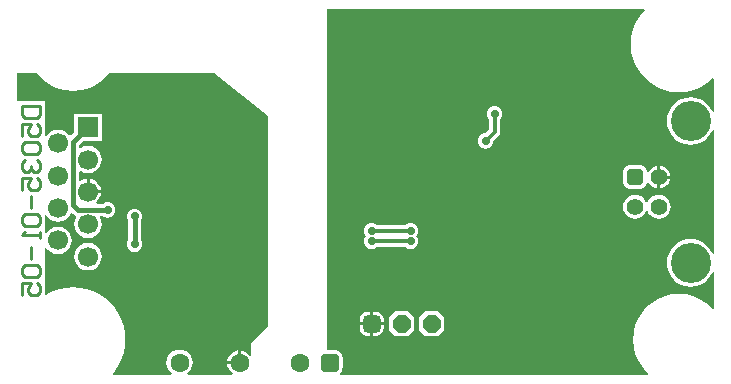
<source format=gbl>
G04*
G04 #@! TF.GenerationSoftware,Altium Limited,Altium Designer,21.9.1 (22)*
G04*
G04 Layer_Physical_Order=2*
G04 Layer_Color=16711680*
%FSLAX25Y25*%
%MOIN*%
G70*
G04*
G04 #@! TF.SameCoordinates,20B19F73-AE42-437D-8B96-58F391311DC6*
G04*
G04*
G04 #@! TF.FilePolarity,Positive*
G04*
G01*
G75*
%ADD62C,0.01575*%
%ADD63C,0.01181*%
G04:AMPARAMS|DCode=68|XSize=59.06mil|YSize=59.06mil|CornerRadius=14.76mil|HoleSize=0mil|Usage=FLASHONLY|Rotation=0.000|XOffset=0mil|YOffset=0mil|HoleType=Round|Shape=RoundedRectangle|*
%AMROUNDEDRECTD68*
21,1,0.05906,0.02953,0,0,0.0*
21,1,0.02953,0.05906,0,0,0.0*
1,1,0.02953,0.01476,-0.01476*
1,1,0.02953,-0.01476,-0.01476*
1,1,0.02953,-0.01476,0.01476*
1,1,0.02953,0.01476,0.01476*
%
%ADD68ROUNDEDRECTD68*%
%ADD69P,0.06392X8X22.5*%
%ADD70C,0.13386*%
%ADD71C,0.05512*%
G04:AMPARAMS|DCode=72|XSize=55.12mil|YSize=55.12mil|CornerRadius=13.78mil|HoleSize=0mil|Usage=FLASHONLY|Rotation=90.000|XOffset=0mil|YOffset=0mil|HoleType=Round|Shape=RoundedRectangle|*
%AMROUNDEDRECTD72*
21,1,0.05512,0.02756,0,0,90.0*
21,1,0.02756,0.05512,0,0,90.0*
1,1,0.02756,0.01378,0.01378*
1,1,0.02756,0.01378,-0.01378*
1,1,0.02756,-0.01378,-0.01378*
1,1,0.02756,-0.01378,0.01378*
%
%ADD72ROUNDEDRECTD72*%
%ADD73R,0.06693X0.06693*%
%ADD74C,0.06693*%
%ADD75C,0.06299*%
G04:AMPARAMS|DCode=76|XSize=62.99mil|YSize=62.99mil|CornerRadius=15.75mil|HoleSize=0mil|Usage=FLASHONLY|Rotation=0.000|XOffset=0mil|YOffset=0mil|HoleType=Round|Shape=RoundedRectangle|*
%AMROUNDEDRECTD76*
21,1,0.06299,0.03150,0,0,0.0*
21,1,0.03150,0.06299,0,0,0.0*
1,1,0.03150,0.01575,-0.01575*
1,1,0.03150,-0.01575,-0.01575*
1,1,0.03150,-0.01575,0.01575*
1,1,0.03150,0.01575,0.01575*
%
%ADD76ROUNDEDRECTD76*%
%ADD77C,0.02756*%
%ADD78C,0.01000*%
G36*
X87500Y90261D02*
X87500Y20000D01*
X81957Y14457D01*
Y10481D01*
X81457Y10311D01*
X80959Y10960D01*
X80093Y11625D01*
X79083Y12043D01*
X78500Y12120D01*
Y8000D01*
X78000D01*
Y7500D01*
X73880D01*
X73957Y6917D01*
X74375Y5907D01*
X75041Y5040D01*
X75783Y4471D01*
X75632Y3971D01*
X60716D01*
X60546Y4471D01*
X61102Y4898D01*
X61799Y5806D01*
X62238Y6865D01*
X62387Y8000D01*
X62238Y9136D01*
X61799Y10194D01*
X61102Y11102D01*
X60194Y11799D01*
X59136Y12238D01*
X58000Y12387D01*
X56865Y12238D01*
X55806Y11799D01*
X54898Y11102D01*
X54201Y10194D01*
X53762Y9136D01*
X53613Y8000D01*
X53762Y6865D01*
X54201Y5806D01*
X54898Y4898D01*
X55454Y4471D01*
X55284Y3971D01*
X35985D01*
X35778Y4426D01*
X36372Y5103D01*
X37643Y7005D01*
X38655Y9057D01*
X39390Y11223D01*
X39836Y13466D01*
X39985Y15748D01*
X39836Y18030D01*
X39390Y20274D01*
X38655Y22439D01*
X37643Y24491D01*
X36372Y26392D01*
X34864Y28112D01*
X33145Y29620D01*
X31243Y30891D01*
X29191Y31903D01*
X27026Y32638D01*
X24782Y33084D01*
X22500Y33233D01*
X20218Y33084D01*
X17974Y32638D01*
X15809Y31903D01*
X13757Y30891D01*
X13541Y30746D01*
X13100Y30982D01*
Y46302D01*
X13600Y46394D01*
X14257Y45537D01*
X15207Y44808D01*
X16313Y44350D01*
X17500Y44194D01*
X18687Y44350D01*
X19793Y44808D01*
X20743Y45537D01*
X21471Y46487D01*
X21929Y47593D01*
X22086Y48779D01*
X21929Y49966D01*
X21471Y51072D01*
X20743Y52022D01*
X19793Y52751D01*
X18687Y53209D01*
X17500Y53365D01*
X16313Y53209D01*
X15207Y52751D01*
X14257Y52022D01*
X13600Y51165D01*
X13100Y51257D01*
Y57089D01*
X13600Y57181D01*
X14257Y56324D01*
X15207Y55596D01*
X16313Y55137D01*
X17500Y54981D01*
X18687Y55137D01*
X19793Y55596D01*
X20743Y56324D01*
X21471Y57274D01*
X21706Y57841D01*
X22196Y57938D01*
X22567Y57567D01*
X23224Y57128D01*
X23465Y57080D01*
X23641Y56612D01*
X23529Y56466D01*
X23071Y55360D01*
X22914Y54173D01*
X23071Y52986D01*
X23529Y51880D01*
X24257Y50931D01*
X25207Y50202D01*
X26313Y49744D01*
X27500Y49588D01*
X28687Y49744D01*
X29793Y50202D01*
X30743Y50931D01*
X31471Y51880D01*
X31929Y52986D01*
X32086Y54173D01*
X31929Y55360D01*
X31471Y56466D01*
X31426Y56525D01*
X31647Y56974D01*
X32406D01*
X32700Y56748D01*
X33327Y56488D01*
X34000Y56400D01*
X34673Y56488D01*
X35300Y56748D01*
X35839Y57161D01*
X36252Y57700D01*
X36512Y58327D01*
X36600Y59000D01*
X36512Y59673D01*
X36252Y60300D01*
X35839Y60839D01*
X35300Y61252D01*
X34673Y61512D01*
X34000Y61600D01*
X33327Y61512D01*
X32700Y61252D01*
X32406Y61026D01*
X30334D01*
X30164Y61526D01*
X30600Y61861D01*
X31297Y62769D01*
X31735Y63826D01*
X31818Y64461D01*
X27500D01*
Y64961D01*
X27000D01*
Y69279D01*
X26365Y69195D01*
X25308Y68757D01*
X24975Y68502D01*
X24526Y68723D01*
Y71734D01*
X24975Y71955D01*
X25207Y71777D01*
X26313Y71319D01*
X27500Y71162D01*
X28687Y71319D01*
X29793Y71777D01*
X30743Y72505D01*
X31471Y73455D01*
X31929Y74561D01*
X32086Y75748D01*
X31929Y76935D01*
X31471Y78041D01*
X30743Y78991D01*
X29793Y79719D01*
X28687Y80177D01*
X27500Y80334D01*
X26313Y80177D01*
X25207Y79719D01*
X24975Y79541D01*
X24526Y79762D01*
Y80696D01*
X25819Y81989D01*
X32046D01*
Y91082D01*
X22954D01*
Y84855D01*
X21855Y83756D01*
X21191Y83799D01*
X20743Y84384D01*
X19793Y85113D01*
X18687Y85571D01*
X17500Y85727D01*
X16313Y85571D01*
X15207Y85113D01*
X14257Y84384D01*
X13600Y83527D01*
X13100Y83620D01*
Y95100D01*
X3971D01*
Y104500D01*
X10405D01*
X11520Y103194D01*
X13373Y101611D01*
X15451Y100338D01*
X17702Y99406D01*
X20071Y98837D01*
X22500Y98646D01*
X24929Y98837D01*
X27298Y99406D01*
X29549Y100338D01*
X31627Y101611D01*
X33479Y103194D01*
X34595Y104500D01*
X69500D01*
X87500Y90261D01*
D02*
G37*
G36*
X212997Y125739D02*
X213047Y125450D01*
X211455Y123585D01*
X210142Y121443D01*
X209180Y119122D01*
X208594Y116678D01*
X208396Y114173D01*
X208594Y111668D01*
X209180Y109225D01*
X210142Y106903D01*
X211455Y104761D01*
X213087Y102850D01*
X214997Y101218D01*
X217140Y99905D01*
X219461Y98944D01*
X221904Y98357D01*
X224410Y98160D01*
X226915Y98357D01*
X229358Y98944D01*
X231679Y99905D01*
X233822Y101218D01*
X235686Y102811D01*
X235975Y102761D01*
X236187Y102683D01*
Y91650D01*
X235686Y91576D01*
X235674Y91618D01*
X234941Y92989D01*
X233955Y94191D01*
X232753Y95177D01*
X231382Y95910D01*
X229894Y96361D01*
X228346Y96514D01*
X226799Y96361D01*
X225311Y95910D01*
X223940Y95177D01*
X222738Y94191D01*
X221752Y92989D01*
X221019Y91618D01*
X220568Y90130D01*
X220415Y88583D01*
X220568Y87035D01*
X221019Y85548D01*
X221752Y84176D01*
X222738Y82974D01*
X223940Y81988D01*
X225311Y81255D01*
X226799Y80804D01*
X228346Y80652D01*
X229894Y80804D01*
X231382Y81255D01*
X232753Y81988D01*
X233955Y82974D01*
X234941Y84176D01*
X235674Y85548D01*
X235686Y85589D01*
X236187Y85515D01*
Y44406D01*
X235686Y44332D01*
X235674Y44374D01*
X234941Y45745D01*
X233955Y46947D01*
X232753Y47933D01*
X231382Y48666D01*
X229894Y49117D01*
X228346Y49270D01*
X226799Y49117D01*
X225311Y48666D01*
X223940Y47933D01*
X222738Y46947D01*
X221752Y45745D01*
X221019Y44374D01*
X220568Y42886D01*
X220415Y41339D01*
X220568Y39791D01*
X221019Y38304D01*
X221752Y36932D01*
X222738Y35730D01*
X223940Y34744D01*
X225311Y34011D01*
X226799Y33560D01*
X228346Y33408D01*
X229894Y33560D01*
X231382Y34011D01*
X232753Y34744D01*
X233955Y35730D01*
X234941Y36932D01*
X235674Y38304D01*
X235686Y38345D01*
X236187Y38271D01*
Y26049D01*
X235718Y25876D01*
X235174Y26513D01*
X233358Y28064D01*
X231321Y29312D01*
X229114Y30226D01*
X226791Y30784D01*
X224410Y30971D01*
X222028Y30784D01*
X219705Y30226D01*
X217498Y29312D01*
X215461Y28064D01*
X213645Y26513D01*
X212093Y24696D01*
X210845Y22659D01*
X209931Y20452D01*
X209374Y18129D01*
X209186Y15748D01*
X209374Y13367D01*
X209931Y11044D01*
X210845Y8837D01*
X212093Y6800D01*
X213645Y4984D01*
X214281Y4440D01*
X214108Y3971D01*
X111756D01*
X111591Y4358D01*
X111573Y4471D01*
X111999Y5026D01*
X112278Y5701D01*
X112373Y6425D01*
Y9575D01*
X112278Y10299D01*
X111999Y10974D01*
X111554Y11554D01*
X110974Y11999D01*
X110299Y12278D01*
X109575Y12374D01*
X107000D01*
Y125950D01*
X212919D01*
X212997Y125739D01*
D02*
G37*
%LPC*%
G36*
X28000Y69279D02*
Y65461D01*
X31818D01*
X31735Y66095D01*
X31297Y67153D01*
X30600Y68061D01*
X29692Y68757D01*
X28635Y69195D01*
X28000Y69279D01*
D02*
G37*
G36*
X43000Y59366D02*
X42327Y59277D01*
X41700Y59017D01*
X41161Y58604D01*
X40748Y58065D01*
X40488Y57438D01*
X40400Y56765D01*
X40488Y56092D01*
X40748Y55465D01*
X40974Y55171D01*
Y49094D01*
X40748Y48800D01*
X40488Y48173D01*
X40400Y47500D01*
X40488Y46827D01*
X40748Y46200D01*
X41161Y45661D01*
X41700Y45248D01*
X42327Y44988D01*
X43000Y44900D01*
X43673Y44988D01*
X44300Y45248D01*
X44839Y45661D01*
X45252Y46200D01*
X45512Y46827D01*
X45600Y47500D01*
X45512Y48173D01*
X45252Y48800D01*
X45026Y49094D01*
Y55171D01*
X45252Y55465D01*
X45512Y56092D01*
X45600Y56765D01*
X45512Y57438D01*
X45252Y58065D01*
X44839Y58604D01*
X44300Y59017D01*
X43673Y59277D01*
X43000Y59366D01*
D02*
G37*
G36*
X27500Y47971D02*
X26313Y47815D01*
X25207Y47357D01*
X24257Y46628D01*
X23529Y45679D01*
X23071Y44573D01*
X22914Y43386D01*
X23071Y42199D01*
X23529Y41093D01*
X24257Y40143D01*
X25207Y39415D01*
X26313Y38956D01*
X27500Y38800D01*
X28687Y38956D01*
X29793Y39415D01*
X30743Y40143D01*
X31471Y41093D01*
X31929Y42199D01*
X32086Y43386D01*
X31929Y44573D01*
X31471Y45679D01*
X30743Y46628D01*
X29793Y47357D01*
X28687Y47815D01*
X27500Y47971D01*
D02*
G37*
G36*
X77500Y12120D02*
X76917Y12043D01*
X75907Y11625D01*
X75041Y10960D01*
X74375Y10093D01*
X73957Y9083D01*
X73880Y8500D01*
X77500D01*
Y12120D01*
D02*
G37*
G36*
X163000Y93600D02*
X162327Y93512D01*
X161700Y93252D01*
X161161Y92839D01*
X160748Y92300D01*
X160488Y91673D01*
X160400Y91000D01*
X160488Y90327D01*
X160748Y89700D01*
X161161Y89161D01*
X161174Y89151D01*
Y85756D01*
X160016Y84598D01*
X160000Y84600D01*
X159327Y84512D01*
X158700Y84252D01*
X158161Y83839D01*
X157748Y83300D01*
X157488Y82673D01*
X157400Y82000D01*
X157488Y81327D01*
X157748Y80700D01*
X158161Y80161D01*
X158700Y79748D01*
X159327Y79488D01*
X160000Y79400D01*
X160673Y79488D01*
X161300Y79748D01*
X161839Y80161D01*
X162252Y80700D01*
X162512Y81327D01*
X162600Y82000D01*
X162598Y82016D01*
X164291Y83709D01*
X164291Y83709D01*
X164687Y84301D01*
X164826Y85000D01*
X164826Y85000D01*
Y89151D01*
X164839Y89161D01*
X165252Y89700D01*
X165512Y90327D01*
X165600Y91000D01*
X165512Y91673D01*
X165252Y92300D01*
X164839Y92839D01*
X164300Y93252D01*
X163673Y93512D01*
X163000Y93600D01*
D02*
G37*
G36*
X218216Y73604D02*
Y70382D01*
X221439D01*
X221376Y70862D01*
X220997Y71776D01*
X220395Y72561D01*
X219611Y73163D01*
X218697Y73541D01*
X218216Y73604D01*
D02*
G37*
G36*
X221439Y69382D02*
X218216D01*
Y66159D01*
X218697Y66223D01*
X219611Y66601D01*
X220395Y67203D01*
X220997Y67988D01*
X221376Y68901D01*
X221439Y69382D01*
D02*
G37*
G36*
X211221Y73860D02*
X208465D01*
X207792Y73771D01*
X207165Y73512D01*
X206626Y73098D01*
X206213Y72560D01*
X205953Y71933D01*
X205864Y71260D01*
Y68504D01*
X205953Y67831D01*
X206213Y67204D01*
X206626Y66665D01*
X207165Y66252D01*
X207792Y65992D01*
X208465Y65904D01*
X211221D01*
X211893Y65992D01*
X212521Y66252D01*
X213059Y66665D01*
X213472Y67204D01*
X213732Y67831D01*
X213787Y68248D01*
X214300Y68315D01*
X214436Y67988D01*
X215038Y67203D01*
X215822Y66601D01*
X216736Y66223D01*
X217216Y66159D01*
Y69882D01*
Y73604D01*
X216736Y73541D01*
X215822Y73163D01*
X215038Y72561D01*
X214436Y71776D01*
X214300Y71449D01*
X213787Y71516D01*
X213732Y71933D01*
X213472Y72560D01*
X213059Y73098D01*
X212521Y73512D01*
X211893Y73771D01*
X211221Y73860D01*
D02*
G37*
G36*
X217717Y64029D02*
X216684Y63893D01*
X215722Y63495D01*
X214895Y62861D01*
X214261Y62034D01*
X214050Y61525D01*
X213509D01*
X213298Y62034D01*
X212664Y62861D01*
X211838Y63495D01*
X210875Y63893D01*
X209842Y64029D01*
X208810Y63893D01*
X207847Y63495D01*
X207021Y62861D01*
X206387Y62034D01*
X205988Y61072D01*
X205853Y60039D01*
X205988Y59007D01*
X206387Y58044D01*
X207021Y57218D01*
X207847Y56584D01*
X208810Y56185D01*
X209842Y56049D01*
X210875Y56185D01*
X211838Y56584D01*
X212664Y57218D01*
X213298Y58044D01*
X213509Y58554D01*
X214050D01*
X214261Y58044D01*
X214895Y57218D01*
X215722Y56584D01*
X216684Y56185D01*
X217717Y56049D01*
X218749Y56185D01*
X219712Y56584D01*
X220538Y57218D01*
X221172Y58044D01*
X221571Y59007D01*
X221707Y60039D01*
X221571Y61072D01*
X221172Y62034D01*
X220538Y62861D01*
X219712Y63495D01*
X218749Y63893D01*
X217717Y64029D01*
D02*
G37*
G36*
X135000Y54600D02*
X134327Y54512D01*
X133700Y54252D01*
X133161Y53839D01*
X133151Y53826D01*
X123849D01*
X123839Y53839D01*
X123300Y54252D01*
X122673Y54512D01*
X122000Y54600D01*
X121327Y54512D01*
X120700Y54252D01*
X120161Y53839D01*
X119748Y53300D01*
X119488Y52673D01*
X119400Y52000D01*
X119488Y51327D01*
X119748Y50700D01*
X120093Y50250D01*
X119748Y49800D01*
X119488Y49173D01*
X119400Y48500D01*
X119488Y47827D01*
X119748Y47200D01*
X120161Y46661D01*
X120700Y46248D01*
X121327Y45988D01*
X122000Y45900D01*
X122673Y45988D01*
X123300Y46248D01*
X123839Y46661D01*
X123849Y46674D01*
X133151D01*
X133161Y46661D01*
X133700Y46248D01*
X134327Y45988D01*
X135000Y45900D01*
X135673Y45988D01*
X136300Y46248D01*
X136839Y46661D01*
X137252Y47200D01*
X137512Y47827D01*
X137600Y48500D01*
X137512Y49173D01*
X137252Y49800D01*
X136907Y50250D01*
X137252Y50700D01*
X137512Y51327D01*
X137600Y52000D01*
X137512Y52673D01*
X137252Y53300D01*
X136839Y53839D01*
X136300Y54252D01*
X135673Y54512D01*
X135000Y54600D01*
D02*
G37*
G36*
X123476Y25001D02*
X122500D01*
Y21500D01*
X126001D01*
Y22476D01*
X125809Y23443D01*
X125262Y24262D01*
X124443Y24809D01*
X123476Y25001D01*
D02*
G37*
G36*
X121500D02*
X120524D01*
X119557Y24809D01*
X118738Y24262D01*
X118191Y23443D01*
X117999Y22476D01*
Y21500D01*
X121500D01*
Y25001D01*
D02*
G37*
G36*
X126001Y20500D02*
X122500D01*
Y16999D01*
X123476D01*
X124443Y17191D01*
X125262Y17738D01*
X125809Y18557D01*
X126001Y19524D01*
Y20500D01*
D02*
G37*
G36*
X121500D02*
X117999D01*
Y19524D01*
X118191Y18557D01*
X118738Y17738D01*
X119557Y17191D01*
X120524Y16999D01*
X121500D01*
Y20500D01*
D02*
G37*
G36*
X144076Y25153D02*
X139924D01*
X137847Y23076D01*
Y18924D01*
X139924Y16847D01*
X144076D01*
X146153Y18924D01*
Y23076D01*
X144076Y25153D01*
D02*
G37*
G36*
X134076D02*
X129924D01*
X127847Y23076D01*
Y18924D01*
X129924Y16847D01*
X134076D01*
X136153Y18924D01*
Y23076D01*
X134076Y25153D01*
D02*
G37*
%LPD*%
D62*
X22500Y81535D02*
X27500Y86535D01*
X22500Y60500D02*
Y81535D01*
Y60500D02*
X24000Y59000D01*
X34000D01*
X43000Y47500D02*
Y56765D01*
D63*
X160000Y82000D02*
X163000Y85000D01*
Y91000D01*
X122000Y52000D02*
X135000D01*
X122000Y48500D02*
X135000D01*
D68*
X122000Y21000D02*
D03*
D69*
X132000D02*
D03*
X142000D02*
D03*
D70*
X228346Y41339D02*
D03*
Y88583D02*
D03*
D71*
X217717Y60039D02*
D03*
Y69882D02*
D03*
X209842Y60039D02*
D03*
D72*
Y69882D02*
D03*
D73*
X27500Y86535D02*
D03*
D74*
Y75748D02*
D03*
Y64961D02*
D03*
Y54173D02*
D03*
Y43386D02*
D03*
X17500Y81142D02*
D03*
Y70354D02*
D03*
Y59567D02*
D03*
Y48779D02*
D03*
D75*
X78000Y8000D02*
D03*
X58000D02*
D03*
X98000D02*
D03*
D76*
X108000Y8000D02*
D03*
D77*
X174500Y22000D02*
D03*
X145000Y37000D02*
D03*
X132000Y34500D02*
D03*
X111000Y29500D02*
D03*
X71000Y38000D02*
D03*
X108500Y124500D02*
D03*
X115500Y90500D02*
D03*
X160000Y82000D02*
D03*
X163000Y91000D02*
D03*
X152000Y93000D02*
D03*
X133500Y109500D02*
D03*
X108500Y14500D02*
D03*
X34000Y59000D02*
D03*
X43000Y56765D02*
D03*
X196000Y79000D02*
D03*
X141500Y9500D02*
D03*
X84000Y58500D02*
D03*
X82500Y33000D02*
D03*
X78500Y49500D02*
D03*
Y81500D02*
D03*
X71500Y69500D02*
D03*
X84500Y90500D02*
D03*
X43000Y47500D02*
D03*
X44000Y28000D02*
D03*
X52000Y60000D02*
D03*
Y72000D02*
D03*
X122000Y48500D02*
D03*
Y52000D02*
D03*
X135000Y48500D02*
D03*
Y52000D02*
D03*
X133000Y59000D02*
D03*
X185000Y25000D02*
D03*
X175000Y79500D02*
D03*
X177000Y38000D02*
D03*
X198000Y99000D02*
D03*
X207000Y95000D02*
D03*
X200500Y54000D02*
D03*
X162000Y17500D02*
D03*
X40000Y102500D02*
D03*
X113000Y63000D02*
D03*
D78*
X5502Y93500D02*
X11500D01*
Y90501D01*
X10500Y89501D01*
X6502D01*
X5502Y90501D01*
Y93500D01*
Y83503D02*
Y87502D01*
X8501D01*
X7501Y85503D01*
Y84503D01*
X8501Y83503D01*
X10500D01*
X11500Y84503D01*
Y86502D01*
X10500Y87502D01*
X6502Y81504D02*
X5502Y80504D01*
Y78505D01*
X6502Y77505D01*
X10500D01*
X11500Y78505D01*
Y80504D01*
X10500Y81504D01*
X6502D01*
Y75506D02*
X5502Y74506D01*
Y72507D01*
X6502Y71507D01*
X7501D01*
X8501Y72507D01*
Y73506D01*
Y72507D01*
X9501Y71507D01*
X10500D01*
X11500Y72507D01*
Y74506D01*
X10500Y75506D01*
X5502Y65509D02*
Y69508D01*
X8501D01*
X7501Y67508D01*
Y66509D01*
X8501Y65509D01*
X10500D01*
X11500Y66509D01*
Y68508D01*
X10500Y69508D01*
X8501Y63510D02*
Y59511D01*
X6502Y57512D02*
X5502Y56512D01*
Y54513D01*
X6502Y53513D01*
X10500D01*
X11500Y54513D01*
Y56512D01*
X10500Y57512D01*
X6502D01*
X11500Y51514D02*
Y49514D01*
Y50514D01*
X5502D01*
X6502Y51514D01*
X8501Y46515D02*
Y42516D01*
X6502Y40517D02*
X5502Y39518D01*
Y37518D01*
X6502Y36518D01*
X10500D01*
X11500Y37518D01*
Y39518D01*
X10500Y40517D01*
X6502D01*
X5502Y30520D02*
Y34519D01*
X8501D01*
X7501Y32520D01*
Y31520D01*
X8501Y30520D01*
X10500D01*
X11500Y31520D01*
Y33519D01*
X10500Y34519D01*
M02*

</source>
